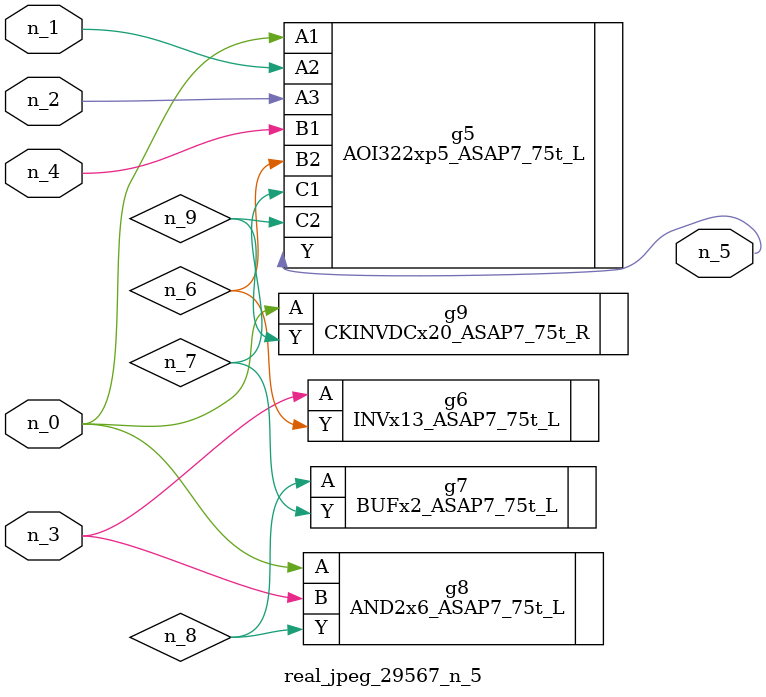
<source format=v>
module real_jpeg_29567_n_5 (n_4, n_0, n_1, n_2, n_3, n_5);

input n_4;
input n_0;
input n_1;
input n_2;
input n_3;

output n_5;

wire n_8;
wire n_6;
wire n_7;
wire n_9;

AOI322xp5_ASAP7_75t_L g5 ( 
.A1(n_0),
.A2(n_1),
.A3(n_2),
.B1(n_4),
.B2(n_6),
.C1(n_7),
.C2(n_9),
.Y(n_5)
);

AND2x6_ASAP7_75t_L g8 ( 
.A(n_0),
.B(n_3),
.Y(n_8)
);

CKINVDCx20_ASAP7_75t_R g9 ( 
.A(n_0),
.Y(n_9)
);

INVx13_ASAP7_75t_L g6 ( 
.A(n_3),
.Y(n_6)
);

BUFx2_ASAP7_75t_L g7 ( 
.A(n_8),
.Y(n_7)
);


endmodule
</source>
